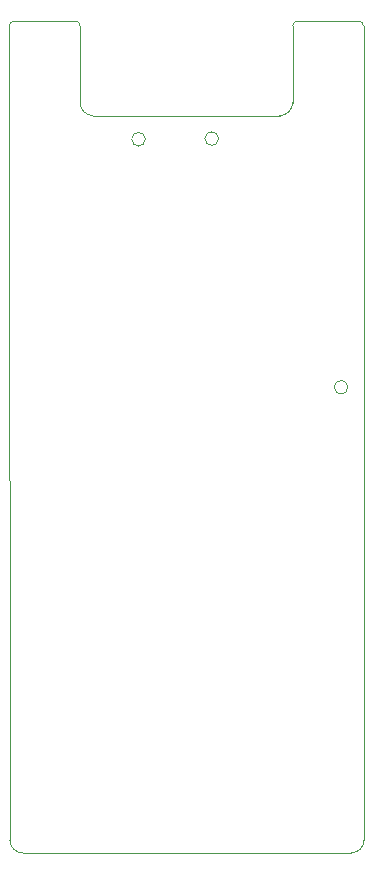
<source format=gbr>
%TF.GenerationSoftware,KiCad,Pcbnew,(5.1.10)-1*%
%TF.CreationDate,2021-05-11T23:47:16-07:00*%
%TF.ProjectId,LinkMeBaby,4c696e6b-4d65-4426-9162-792e6b696361,rev?*%
%TF.SameCoordinates,Original*%
%TF.FileFunction,Profile,NP*%
%FSLAX46Y46*%
G04 Gerber Fmt 4.6, Leading zero omitted, Abs format (unit mm)*
G04 Created by KiCad (PCBNEW (5.1.10)-1) date 2021-05-11 23:47:16*
%MOMM*%
%LPD*%
G01*
G04 APERTURE LIST*
%TA.AperFunction,Profile*%
%ADD10C,0.050000*%
%TD*%
G04 APERTURE END LIST*
D10*
X37626000Y-37600000D02*
G75*
G03*
X37626000Y-37600000I-576000J0D01*
G01*
X48576000Y-58650000D02*
G75*
G03*
X48576000Y-58650000I-576000J0D01*
G01*
X31426000Y-37650000D02*
G75*
G03*
X31426000Y-37650000I-576000J0D01*
G01*
X49500000Y-27650000D02*
G75*
G02*
X49900000Y-28050000I0J-400000D01*
G01*
X43900000Y-28050000D02*
G75*
G02*
X44300000Y-27650000I400000J0D01*
G01*
X19900000Y-28050000D02*
G75*
G02*
X20300000Y-27650000I400000J0D01*
G01*
X25500000Y-27650000D02*
G75*
G02*
X25900000Y-28050000I0J-400000D01*
G01*
X43900000Y-34550000D02*
G75*
G02*
X42800000Y-35650000I-1100000J0D01*
G01*
X27000000Y-35649999D02*
G75*
G02*
X25900001Y-34550000I0J1099999D01*
G01*
X21050000Y-98074999D02*
G75*
G02*
X19950001Y-96975000I0J1099999D01*
G01*
X49950000Y-96975000D02*
G75*
G02*
X48850000Y-98075000I-1100000J0D01*
G01*
X19950001Y-96975000D02*
X19900000Y-35650000D01*
X48850000Y-98075000D02*
X21050000Y-98074999D01*
X49900000Y-35650000D02*
X49950000Y-96975000D01*
X49900000Y-28050000D02*
X49900000Y-35650000D01*
X44300000Y-27650000D02*
X49500000Y-27650000D01*
X43900000Y-34550000D02*
X43900000Y-28050000D01*
X27000000Y-35649999D02*
X42800000Y-35650000D01*
X25900000Y-28050000D02*
X25900001Y-34550000D01*
X20300000Y-27650000D02*
X25500000Y-27650000D01*
X19900000Y-35650000D02*
X19900000Y-28050000D01*
M02*

</source>
